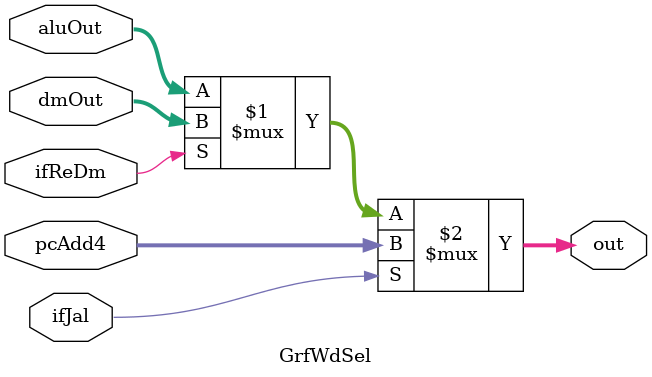
<source format=v>
`timescale 1ns / 1ps
/*
assign grfWD = (ifJal)? pcAdd4:
						(ifReDm)? dmOut:
						aluOut;
*/
//////////////////////////////////////////////////////////////////////////////////
module GrfWdSel(
	input ifJal,
	input ifReDm,
	input [31:0]pcAdd4,
	input [31:0]dmOut,
	input [31:0]aluOut,
	output [31:0]out
    );
	 
	assign out = (ifJal)? pcAdd4:
					 (ifReDm)? dmOut:
					 aluOut;

endmodule

</source>
